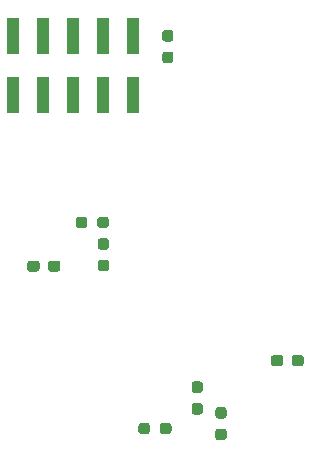
<source format=gbr>
%TF.GenerationSoftware,KiCad,Pcbnew,5.1.10-8.fc35*%
%TF.CreationDate,2021-11-18T10:19:23+00:00*%
%TF.ProjectId,cryosub_power_converter_top_v02,6372796f-7375-4625-9f70-6f7765725f63,rev?*%
%TF.SameCoordinates,Original*%
%TF.FileFunction,Paste,Bot*%
%TF.FilePolarity,Positive*%
%FSLAX45Y45*%
G04 Gerber Fmt 4.5, Leading zero omitted, Abs format (unit mm)*
G04 Created by KiCad (PCBNEW 5.1.10-8.fc35) date 2021-11-18 10:19:23*
%MOMM*%
%LPD*%
G01*
G04 APERTURE LIST*
%ADD10R,1.000000X3.150000*%
G04 APERTURE END LIST*
%TO.C,D1*%
G36*
G01*
X13047500Y-13323750D02*
X13047500Y-13276250D01*
G75*
G02*
X13071250Y-13252500I23750J0D01*
G01*
X13128750Y-13252500D01*
G75*
G02*
X13152500Y-13276250I0J-23750D01*
G01*
X13152500Y-13323750D01*
G75*
G02*
X13128750Y-13347500I-23750J0D01*
G01*
X13071250Y-13347500D01*
G75*
G02*
X13047500Y-13323750I0J23750D01*
G01*
G37*
G36*
G01*
X12872500Y-13323750D02*
X12872500Y-13276250D01*
G75*
G02*
X12896250Y-13252500I23750J0D01*
G01*
X12953750Y-13252500D01*
G75*
G02*
X12977500Y-13276250I0J-23750D01*
G01*
X12977500Y-13323750D01*
G75*
G02*
X12953750Y-13347500I-23750J0D01*
G01*
X12896250Y-13347500D01*
G75*
G02*
X12872500Y-13323750I0J23750D01*
G01*
G37*
%TD*%
%TO.C,R12*%
G36*
G01*
X11318750Y-12106250D02*
X11318750Y-12153750D01*
G75*
G02*
X11295000Y-12177500I-23750J0D01*
G01*
X11245000Y-12177500D01*
G75*
G02*
X11221250Y-12153750I0J23750D01*
G01*
X11221250Y-12106250D01*
G75*
G02*
X11245000Y-12082500I23750J0D01*
G01*
X11295000Y-12082500D01*
G75*
G02*
X11318750Y-12106250I0J-23750D01*
G01*
G37*
G36*
G01*
X11501250Y-12106250D02*
X11501250Y-12153750D01*
G75*
G02*
X11477500Y-12177500I-23750J0D01*
G01*
X11427500Y-12177500D01*
G75*
G02*
X11403750Y-12153750I0J23750D01*
G01*
X11403750Y-12106250D01*
G75*
G02*
X11427500Y-12082500I23750J0D01*
G01*
X11477500Y-12082500D01*
G75*
G02*
X11501250Y-12106250I0J-23750D01*
G01*
G37*
%TD*%
%TO.C,R11*%
G36*
G01*
X11478750Y-12361250D02*
X11431250Y-12361250D01*
G75*
G02*
X11407500Y-12337500I0J23750D01*
G01*
X11407500Y-12287500D01*
G75*
G02*
X11431250Y-12263750I23750J0D01*
G01*
X11478750Y-12263750D01*
G75*
G02*
X11502500Y-12287500I0J-23750D01*
G01*
X11502500Y-12337500D01*
G75*
G02*
X11478750Y-12361250I-23750J0D01*
G01*
G37*
G36*
G01*
X11478750Y-12543750D02*
X11431250Y-12543750D01*
G75*
G02*
X11407500Y-12520000I0J23750D01*
G01*
X11407500Y-12470000D01*
G75*
G02*
X11431250Y-12446250I23750J0D01*
G01*
X11478750Y-12446250D01*
G75*
G02*
X11502500Y-12470000I0J-23750D01*
G01*
X11502500Y-12520000D01*
G75*
G02*
X11478750Y-12543750I-23750J0D01*
G01*
G37*
%TD*%
%TO.C,D2*%
G36*
G01*
X10985000Y-12523750D02*
X10985000Y-12476250D01*
G75*
G02*
X11008750Y-12452500I23750J0D01*
G01*
X11066250Y-12452500D01*
G75*
G02*
X11090000Y-12476250I0J-23750D01*
G01*
X11090000Y-12523750D01*
G75*
G02*
X11066250Y-12547500I-23750J0D01*
G01*
X11008750Y-12547500D01*
G75*
G02*
X10985000Y-12523750I0J23750D01*
G01*
G37*
G36*
G01*
X10810000Y-12523750D02*
X10810000Y-12476250D01*
G75*
G02*
X10833750Y-12452500I23750J0D01*
G01*
X10891250Y-12452500D01*
G75*
G02*
X10915000Y-12476250I0J-23750D01*
G01*
X10915000Y-12523750D01*
G75*
G02*
X10891250Y-12547500I-23750J0D01*
G01*
X10833750Y-12547500D01*
G75*
G02*
X10810000Y-12523750I0J23750D01*
G01*
G37*
%TD*%
D10*
%TO.C,J2*%
X11708000Y-11052500D03*
X11708000Y-10547500D03*
X11454000Y-11052500D03*
X11454000Y-10547500D03*
X11200000Y-11052500D03*
X11200000Y-10547500D03*
X10946000Y-11052500D03*
X10946000Y-10547500D03*
X10692000Y-11052500D03*
X10692000Y-10547500D03*
%TD*%
%TO.C,R4*%
G36*
G01*
X12426250Y-13876250D02*
X12473750Y-13876250D01*
G75*
G02*
X12497500Y-13900000I0J-23750D01*
G01*
X12497500Y-13950000D01*
G75*
G02*
X12473750Y-13973750I-23750J0D01*
G01*
X12426250Y-13973750D01*
G75*
G02*
X12402500Y-13950000I0J23750D01*
G01*
X12402500Y-13900000D01*
G75*
G02*
X12426250Y-13876250I23750J0D01*
G01*
G37*
G36*
G01*
X12426250Y-13693750D02*
X12473750Y-13693750D01*
G75*
G02*
X12497500Y-13717500I0J-23750D01*
G01*
X12497500Y-13767500D01*
G75*
G02*
X12473750Y-13791250I-23750J0D01*
G01*
X12426250Y-13791250D01*
G75*
G02*
X12402500Y-13767500I0J23750D01*
G01*
X12402500Y-13717500D01*
G75*
G02*
X12426250Y-13693750I23750J0D01*
G01*
G37*
%TD*%
%TO.C,R5*%
G36*
G01*
X11933750Y-13898750D02*
X11933750Y-13851250D01*
G75*
G02*
X11957500Y-13827500I23750J0D01*
G01*
X12007500Y-13827500D01*
G75*
G02*
X12031250Y-13851250I0J-23750D01*
G01*
X12031250Y-13898750D01*
G75*
G02*
X12007500Y-13922500I-23750J0D01*
G01*
X11957500Y-13922500D01*
G75*
G02*
X11933750Y-13898750I0J23750D01*
G01*
G37*
G36*
G01*
X11751250Y-13898750D02*
X11751250Y-13851250D01*
G75*
G02*
X11775000Y-13827500I23750J0D01*
G01*
X11825000Y-13827500D01*
G75*
G02*
X11848750Y-13851250I0J-23750D01*
G01*
X11848750Y-13898750D01*
G75*
G02*
X11825000Y-13922500I-23750J0D01*
G01*
X11775000Y-13922500D01*
G75*
G02*
X11751250Y-13898750I0J23750D01*
G01*
G37*
%TD*%
%TO.C,R6*%
G36*
G01*
X12226250Y-13658750D02*
X12273750Y-13658750D01*
G75*
G02*
X12297500Y-13682500I0J-23750D01*
G01*
X12297500Y-13732500D01*
G75*
G02*
X12273750Y-13756250I-23750J0D01*
G01*
X12226250Y-13756250D01*
G75*
G02*
X12202500Y-13732500I0J23750D01*
G01*
X12202500Y-13682500D01*
G75*
G02*
X12226250Y-13658750I23750J0D01*
G01*
G37*
G36*
G01*
X12226250Y-13476250D02*
X12273750Y-13476250D01*
G75*
G02*
X12297500Y-13500000I0J-23750D01*
G01*
X12297500Y-13550000D01*
G75*
G02*
X12273750Y-13573750I-23750J0D01*
G01*
X12226250Y-13573750D01*
G75*
G02*
X12202500Y-13550000I0J23750D01*
G01*
X12202500Y-13500000D01*
G75*
G02*
X12226250Y-13476250I23750J0D01*
G01*
G37*
%TD*%
%TO.C,R8*%
G36*
G01*
X12023750Y-10781250D02*
X11976250Y-10781250D01*
G75*
G02*
X11952500Y-10757500I0J23750D01*
G01*
X11952500Y-10707500D01*
G75*
G02*
X11976250Y-10683750I23750J0D01*
G01*
X12023750Y-10683750D01*
G75*
G02*
X12047500Y-10707500I0J-23750D01*
G01*
X12047500Y-10757500D01*
G75*
G02*
X12023750Y-10781250I-23750J0D01*
G01*
G37*
G36*
G01*
X12023750Y-10598750D02*
X11976250Y-10598750D01*
G75*
G02*
X11952500Y-10575000I0J23750D01*
G01*
X11952500Y-10525000D01*
G75*
G02*
X11976250Y-10501250I23750J0D01*
G01*
X12023750Y-10501250D01*
G75*
G02*
X12047500Y-10525000I0J-23750D01*
G01*
X12047500Y-10575000D01*
G75*
G02*
X12023750Y-10598750I-23750J0D01*
G01*
G37*
%TD*%
M02*

</source>
